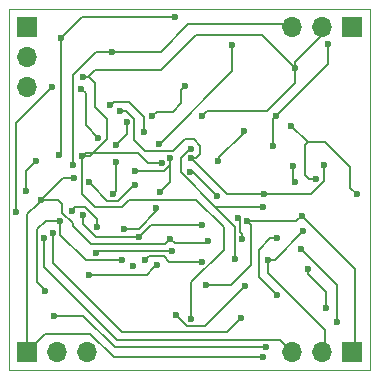
<source format=gbr>
G04 #@! TF.GenerationSoftware,KiCad,Pcbnew,(5.1.5)-3*
G04 #@! TF.CreationDate,2020-04-01T23:31:59-03:00*
G04 #@! TF.ProjectId,LDDH200324A,4c444448-3230-4303-9332-34412e6b6963,rev?*
G04 #@! TF.SameCoordinates,Original*
G04 #@! TF.FileFunction,Copper,L2,Bot*
G04 #@! TF.FilePolarity,Positive*
%FSLAX45Y45*%
G04 Gerber Fmt 4.5, Leading zero omitted, Abs format (unit mm)*
G04 Created by KiCad (PCBNEW (5.1.5)-3) date 2020-04-01 23:31:59*
%MOMM*%
%LPD*%
G04 APERTURE LIST*
%ADD10C,0.050000*%
%ADD11O,1.700000X1.700000*%
%ADD12R,1.700000X1.700000*%
%ADD13C,0.600000*%
%ADD14C,0.200000*%
G04 APERTURE END LIST*
D10*
X16306000Y-8549000D02*
X13256000Y-8549000D01*
X13256000Y-8549000D02*
X13256000Y-11599000D01*
X16306000Y-11599000D02*
X16306000Y-8549000D01*
X13256000Y-11599000D02*
X16306000Y-11599000D01*
D11*
X13914000Y-11449000D03*
X13660000Y-11449000D03*
D12*
X13406000Y-11449000D03*
D11*
X15648000Y-11449000D03*
X15902000Y-11449000D03*
D12*
X16156000Y-11449000D03*
D11*
X15648000Y-8699000D03*
X15902000Y-8699000D03*
D12*
X16156000Y-8699000D03*
D11*
X13406000Y-9207000D03*
X13406000Y-8953000D03*
D12*
X13406000Y-8699000D03*
D13*
X13696000Y-8794000D03*
X14661664Y-8614704D03*
X13675670Y-9780890D03*
X15241000Y-9580500D03*
X15026000Y-9834000D03*
X15271000Y-10344000D03*
X14741000Y-9199000D03*
X14466000Y-9454000D03*
X14406000Y-10669000D03*
X14886000Y-10684000D03*
X14921000Y-10879000D03*
X15731000Y-10294000D03*
X14156000Y-9839000D03*
X15216000Y-11164000D03*
X14248794Y-9506037D03*
X14161000Y-9693999D03*
X14131000Y-10109000D03*
X13624391Y-10440898D03*
X15491000Y-9704000D03*
X15516000Y-9449000D03*
X14126000Y-8909000D03*
X15406000Y-10224000D03*
X14796000Y-9729000D03*
X15956000Y-8839000D03*
X14666000Y-11134000D03*
X15253427Y-10886427D03*
X13796000Y-9869000D03*
X15166000Y-10664000D03*
X13866000Y-9219000D03*
X14006000Y-9634001D03*
X15141000Y-8849000D03*
X14526000Y-9689000D03*
X14316000Y-9919000D03*
X14615282Y-9809000D03*
X14531000Y-10094000D03*
X13684392Y-10337436D03*
X13616000Y-9209000D03*
X13316000Y-10264000D03*
X14206000Y-10673999D03*
X13561000Y-10929000D03*
X15676000Y-9044000D03*
X14546000Y-9849000D03*
X15016000Y-10129000D03*
X13876000Y-9124000D03*
X14886000Y-9449000D03*
X14788427Y-9926573D03*
X14796000Y-11168999D03*
X13874648Y-9792920D03*
X13876000Y-10289000D03*
X14356000Y-10472500D03*
X14392827Y-9590827D03*
X14111000Y-9359000D03*
X14887908Y-10377032D03*
X14301000Y-10724000D03*
X15521000Y-10484000D03*
X15522750Y-10967750D03*
X15191000Y-10319000D03*
X14226000Y-10409000D03*
X14501000Y-10229000D03*
X15226001Y-10494000D03*
X13783632Y-10254000D03*
X13996628Y-10390227D03*
X13401000Y-10089000D03*
X13486000Y-9834000D03*
X15786000Y-10744000D03*
X15941000Y-11079000D03*
X13636000Y-11144000D03*
X15431730Y-11410916D03*
X13931000Y-10794000D03*
X14796000Y-9809000D03*
X15410679Y-10109674D03*
X15921000Y-9864000D03*
X15446000Y-10669000D03*
X14196000Y-9409000D03*
X14506000Y-10709000D03*
X15746000Y-10429000D03*
X15660999Y-9874000D03*
X14938001Y-10509697D03*
X14619146Y-10490499D03*
X15671000Y-10009000D03*
X14321000Y-10039000D03*
X13806000Y-9979001D03*
X13931001Y-10014000D03*
X13526000Y-10164000D03*
X15726000Y-10579000D03*
X16031000Y-11199000D03*
X15401000Y-11494000D03*
X15641000Y-9534000D03*
X14636000Y-10594000D03*
X16196000Y-10114000D03*
X13553732Y-10484733D03*
X15851000Y-9984000D03*
X13991000Y-10613998D03*
D14*
X13696000Y-8794000D02*
X13875296Y-8614704D01*
X13875296Y-8614704D02*
X14661664Y-8614704D01*
X13696000Y-8794000D02*
X13696000Y-9760559D01*
X13696000Y-9760559D02*
X13675670Y-9780890D01*
X15026000Y-9809000D02*
X15026000Y-9834000D01*
X15241000Y-9580500D02*
X15241000Y-9594000D01*
X15241000Y-9594000D02*
X15026000Y-9809000D01*
X15761000Y-10324000D02*
X15731000Y-10294000D01*
X16181000Y-11474000D02*
X16181000Y-10744000D01*
X15271000Y-10344000D02*
X15681000Y-10344000D01*
X15681000Y-10344000D02*
X15731000Y-10294000D01*
X16181000Y-10744000D02*
X15761000Y-10324000D01*
X14611000Y-10684000D02*
X14886000Y-10684000D01*
X14406000Y-10669000D02*
X14436000Y-10639000D01*
X14566000Y-10639000D02*
X14611000Y-10684000D01*
X14436000Y-10639000D02*
X14566000Y-10639000D01*
X15301000Y-10374000D02*
X15271000Y-10344000D01*
X15301000Y-10709000D02*
X15301000Y-10374000D01*
X14921000Y-10879000D02*
X15131000Y-10879000D01*
X15131000Y-10879000D02*
X15301000Y-10709000D01*
X14505400Y-9414600D02*
X14466000Y-9454000D01*
X14640300Y-9414600D02*
X14505400Y-9414600D01*
X14741000Y-9199000D02*
X14711000Y-9229000D01*
X14711000Y-9343900D02*
X14640300Y-9414600D01*
X14711000Y-9229000D02*
X14711000Y-9343900D01*
X14248794Y-9606205D02*
X14161000Y-9693999D01*
X14248794Y-9506037D02*
X14248794Y-9606205D01*
X14156000Y-9839000D02*
X14156000Y-10084000D01*
X14156000Y-10084000D02*
X14131000Y-10109000D01*
X13624391Y-10692392D02*
X13624391Y-10483324D01*
X14213500Y-11281500D02*
X13624391Y-10692392D01*
X13624391Y-10483324D02*
X13624391Y-10440898D01*
X15216000Y-11164000D02*
X15098500Y-11281500D01*
X15098500Y-11281500D02*
X14213500Y-11281500D01*
X15491000Y-9704000D02*
X15491000Y-9474000D01*
X15491000Y-9474000D02*
X15516000Y-9449000D01*
X15956000Y-9009000D02*
X15516000Y-9449000D01*
X15956000Y-8839000D02*
X15956000Y-9009000D01*
X15406000Y-10224000D02*
X15001000Y-10224000D01*
X14910854Y-11229000D02*
X15223427Y-10916427D01*
X15223427Y-10916427D02*
X15253427Y-10886427D01*
X14666000Y-11134000D02*
X14761000Y-11229000D01*
X14761000Y-11229000D02*
X14910854Y-11229000D01*
X14126000Y-8909000D02*
X13991000Y-8909000D01*
X13991000Y-8909000D02*
X13796000Y-9104000D01*
X13796000Y-9104000D02*
X13796000Y-9826574D01*
X13796000Y-9826574D02*
X13796000Y-9869000D01*
X14706000Y-9810200D02*
X14787200Y-9729000D01*
X15001000Y-10224000D02*
X14706000Y-9929000D01*
X14787200Y-9729000D02*
X14796000Y-9729000D01*
X14706000Y-9929000D02*
X14706000Y-9810200D01*
X15001000Y-10224000D02*
X15166000Y-10389000D01*
X15166000Y-10621574D02*
X15166000Y-10664000D01*
X15166000Y-10389000D02*
X15166000Y-10621574D01*
X14538500Y-8909000D02*
X14126000Y-8909000D01*
X15552088Y-8674704D02*
X14772796Y-8674704D01*
X14772796Y-8674704D02*
X14538500Y-8909000D01*
X15673000Y-8674000D02*
X15552792Y-8674000D01*
X15552792Y-8674000D02*
X15552088Y-8674704D01*
X13866000Y-9219000D02*
X13901000Y-9254000D01*
X13901000Y-9529001D02*
X14006000Y-9634001D01*
X13901000Y-9254000D02*
X13901000Y-9529001D01*
X15141000Y-9074000D02*
X14556000Y-9659000D01*
X14556000Y-9659000D02*
X14526000Y-9689000D01*
X15141000Y-8849000D02*
X15141000Y-9074000D01*
X14615282Y-9868518D02*
X14615282Y-9809000D01*
X14316000Y-9919000D02*
X14564800Y-9919000D01*
X14564800Y-9919000D02*
X14615282Y-9868518D01*
X14615282Y-10009718D02*
X14615282Y-9809000D01*
X14531000Y-10094000D02*
X14615282Y-10009718D01*
X13616000Y-9209000D02*
X13316000Y-9509000D01*
X13316000Y-10221574D02*
X13316000Y-10264000D01*
X13316000Y-9509000D02*
X13316000Y-10221574D01*
X14163574Y-10673999D02*
X14206000Y-10673999D01*
X13902199Y-10673999D02*
X14163574Y-10673999D01*
X13684392Y-10337436D02*
X13684392Y-10456193D01*
X13684392Y-10456193D02*
X13902199Y-10673999D01*
X13684392Y-10337436D02*
X13562564Y-10337436D01*
X13562564Y-10337436D02*
X13491000Y-10409000D01*
X13531000Y-10899000D02*
X13561000Y-10929000D01*
X13491000Y-10859000D02*
X13531000Y-10899000D01*
X13491000Y-10409000D02*
X13491000Y-10859000D01*
X15676000Y-9001574D02*
X15676000Y-9044000D01*
X15927000Y-8674000D02*
X15927000Y-8743000D01*
X15676000Y-8994000D02*
X15676000Y-9001574D01*
X15927000Y-8743000D02*
X15676000Y-8994000D01*
X14886000Y-9449000D02*
X14926000Y-9409000D01*
X14926000Y-9409000D02*
X15441000Y-9409000D01*
X15676000Y-9174000D02*
X15676000Y-9044000D01*
X15441000Y-9409000D02*
X15676000Y-9174000D01*
X15016000Y-10129000D02*
X14813573Y-9926573D01*
X14813573Y-9926573D02*
X14788427Y-9926573D01*
X14431000Y-9849000D02*
X14344920Y-9762920D01*
X14344920Y-9762920D02*
X13904648Y-9762920D01*
X13904648Y-9762920D02*
X13874648Y-9792920D01*
X14546000Y-9849000D02*
X14431000Y-9849000D01*
X13871000Y-10114000D02*
X13871000Y-9796568D01*
X13981000Y-10224000D02*
X13871000Y-10114000D01*
X14206000Y-10224000D02*
X13981000Y-10224000D01*
X14271000Y-10159000D02*
X14206000Y-10224000D01*
X14796000Y-10859000D02*
X15071000Y-10584000D01*
X14836000Y-10159000D02*
X14271000Y-10159000D01*
X14796000Y-11168999D02*
X14796000Y-10859000D01*
X15071000Y-10584000D02*
X15071000Y-10394000D01*
X13871000Y-9796568D02*
X13874648Y-9792920D01*
X15071000Y-10394000D02*
X14836000Y-10159000D01*
X13917074Y-9792920D02*
X13874648Y-9792920D01*
X13935881Y-9792920D02*
X13917074Y-9792920D01*
X13876000Y-9124000D02*
X13930600Y-9124000D01*
X13981000Y-9374000D02*
X14086000Y-9479000D01*
X13981000Y-9174400D02*
X13981000Y-9374000D01*
X14086000Y-9642801D02*
X13935881Y-9792920D01*
X13930600Y-9124000D02*
X13981000Y-9174400D01*
X14086000Y-9479000D02*
X14086000Y-9642801D01*
X15396000Y-8764000D02*
X15676000Y-9044000D01*
X13918426Y-9124000D02*
X13978426Y-9064000D01*
X13876000Y-9124000D02*
X13918426Y-9124000D01*
X14536000Y-9064000D02*
X14836000Y-8764000D01*
X13978426Y-9064000D02*
X14536000Y-9064000D01*
X14836000Y-8764000D02*
X15396000Y-8764000D01*
X14266000Y-9329000D02*
X14141000Y-9329000D01*
X14392827Y-9590827D02*
X14392827Y-9455827D01*
X14141000Y-9329000D02*
X14111000Y-9359000D01*
X14392827Y-9455827D02*
X14266000Y-9329000D01*
X14356000Y-10472500D02*
X14451468Y-10377032D01*
X14451468Y-10377032D02*
X14887908Y-10377032D01*
X14313574Y-10472500D02*
X14356000Y-10472500D01*
X13986440Y-10472500D02*
X14313574Y-10472500D01*
X13876000Y-10289000D02*
X13876000Y-10362060D01*
X13876000Y-10362060D02*
X13986440Y-10472500D01*
X14301000Y-10724000D02*
X14291000Y-10734000D01*
X15366000Y-10584000D02*
X15366000Y-10811000D01*
X15521000Y-10484000D02*
X15466000Y-10484000D01*
X15366000Y-10811000D02*
X15522750Y-10967750D01*
X15466000Y-10484000D02*
X15366000Y-10584000D01*
X15206001Y-10431574D02*
X15226001Y-10451574D01*
X15226001Y-10451574D02*
X15226001Y-10494000D01*
X15206001Y-10334001D02*
X15206001Y-10431574D01*
X15191000Y-10319000D02*
X15206001Y-10334001D01*
X14501000Y-10259000D02*
X14501000Y-10229000D01*
X14226000Y-10409000D02*
X14351000Y-10409000D01*
X14351000Y-10409000D02*
X14501000Y-10259000D01*
X13899800Y-10224000D02*
X13996628Y-10320828D01*
X13996628Y-10347801D02*
X13996628Y-10390227D01*
X13783632Y-10254000D02*
X13813632Y-10224000D01*
X13813632Y-10224000D02*
X13899800Y-10224000D01*
X13996628Y-10320828D02*
X13996628Y-10347801D01*
X13401000Y-10089000D02*
X13401000Y-9919000D01*
X13401000Y-9919000D02*
X13486000Y-9834000D01*
X15786000Y-10786426D02*
X15941000Y-10941426D01*
X15786000Y-10744000D02*
X15786000Y-10786426D01*
X15941000Y-10941426D02*
X15941000Y-11079000D01*
X14147416Y-11410916D02*
X15389303Y-11410916D01*
X13636000Y-11144000D02*
X13880500Y-11144000D01*
X15389303Y-11410916D02*
X15431730Y-11410916D01*
X13880500Y-11144000D02*
X14147416Y-11410916D01*
X15096674Y-10109674D02*
X15410679Y-10109674D01*
X14796000Y-9809000D02*
X15096674Y-10109674D01*
X14871000Y-9776426D02*
X14838426Y-9809000D01*
X14816000Y-9649000D02*
X14871000Y-9704000D01*
X14741000Y-9649000D02*
X14816000Y-9649000D01*
X14838426Y-9809000D02*
X14796000Y-9809000D01*
X14240557Y-9409000D02*
X14308794Y-9477237D01*
X14308794Y-9651794D02*
X14406000Y-9749000D01*
X14871000Y-9704000D02*
X14871000Y-9776426D01*
X14406000Y-9749000D02*
X14641000Y-9749000D01*
X14641000Y-9749000D02*
X14741000Y-9649000D01*
X14196000Y-9409000D02*
X14240557Y-9409000D01*
X14308794Y-9477237D02*
X14308794Y-9651794D01*
X14421000Y-10794000D02*
X14476000Y-10739000D01*
X14476000Y-10739000D02*
X14506000Y-10709000D01*
X13931000Y-10794000D02*
X14421000Y-10794000D01*
X15446000Y-10669000D02*
X15506000Y-10669000D01*
X15506000Y-10669000D02*
X15746000Y-10429000D01*
X15921000Y-10002800D02*
X15814126Y-10109674D01*
X15453106Y-10109674D02*
X15410679Y-10109674D01*
X15814126Y-10109674D02*
X15453106Y-10109674D01*
X15921000Y-9864000D02*
X15921000Y-10002800D01*
X15446000Y-10784000D02*
X15446000Y-10669000D01*
X15927000Y-11474000D02*
X15927000Y-11265000D01*
X15927000Y-11265000D02*
X15446000Y-10784000D01*
X14657647Y-10529000D02*
X14619146Y-10490499D01*
X14938001Y-10509697D02*
X14918698Y-10529000D01*
X14918698Y-10529000D02*
X14657647Y-10529000D01*
X15660999Y-9874000D02*
X15660999Y-9998999D01*
X15660999Y-9998999D02*
X15671000Y-10009000D01*
X13811000Y-9969000D02*
X13806000Y-9974000D01*
X13806000Y-9974000D02*
X13806000Y-9979001D01*
X14176000Y-10169000D02*
X14086001Y-10169000D01*
X14086001Y-10169000D02*
X13961001Y-10044000D01*
X14311000Y-10034000D02*
X14176000Y-10169000D01*
X13961001Y-10044000D02*
X13931001Y-10014000D01*
X14331000Y-10034000D02*
X14311000Y-10034000D01*
X13710998Y-9979001D02*
X13526000Y-10164000D01*
X13806000Y-9979001D02*
X13710998Y-9979001D01*
X15726000Y-10579000D02*
X16031000Y-10884000D01*
X16031000Y-10884000D02*
X16031000Y-11199000D01*
X13671000Y-10164000D02*
X13526000Y-10164000D01*
X13706000Y-10199000D02*
X13671000Y-10164000D01*
X14577145Y-10532500D02*
X13944500Y-10532500D01*
X14619146Y-10490499D02*
X14577145Y-10532500D01*
X13944500Y-10532500D02*
X13796000Y-10384000D01*
X13706000Y-10271574D02*
X13706000Y-10199000D01*
X13796000Y-10384000D02*
X13796000Y-10359000D01*
X13796000Y-10359000D02*
X13706000Y-10271574D01*
X13496000Y-10194000D02*
X13526000Y-10164000D01*
X14141600Y-11494000D02*
X13941800Y-11294200D01*
X15401000Y-11494000D02*
X14141600Y-11494000D01*
X13560800Y-11294200D02*
X13408400Y-11446600D01*
X13941800Y-11294200D02*
X13560800Y-11294200D01*
X13408400Y-10281600D02*
X13496000Y-10194000D01*
X13408400Y-11446600D02*
X13408400Y-10281600D01*
X15641000Y-9534000D02*
X15781000Y-9674000D01*
X15931000Y-9674000D02*
X15781000Y-9674000D01*
X16141000Y-9884000D02*
X15931000Y-9674000D01*
X16196000Y-10114000D02*
X16141000Y-10059000D01*
X16141000Y-10059000D02*
X16141000Y-9884000D01*
X15791000Y-9984000D02*
X15851000Y-9984000D01*
X15761000Y-9954000D02*
X15791000Y-9984000D01*
X15781000Y-9674000D02*
X15761000Y-9694000D01*
X15761000Y-9694000D02*
X15761000Y-9954000D01*
X14636000Y-10594000D02*
X14010998Y-10594000D01*
X14010998Y-10594000D02*
X13991000Y-10613998D01*
X13553732Y-10527160D02*
X13553732Y-10484733D01*
X13553732Y-10731732D02*
X13553732Y-10527160D01*
X14167000Y-11345000D02*
X13553732Y-10731732D01*
X15673000Y-11474000D02*
X15544000Y-11345000D01*
X15544000Y-11345000D02*
X14167000Y-11345000D01*
M02*

</source>
